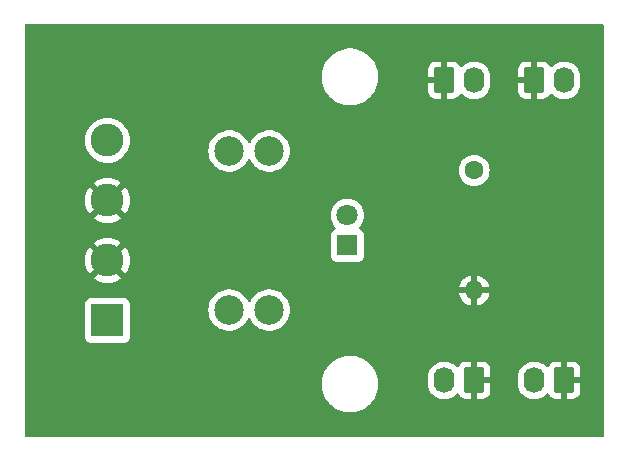
<source format=gbr>
%TF.GenerationSoftware,KiCad,Pcbnew,8.0.8*%
%TF.CreationDate,2025-04-29T10:47:01+02:00*%
%TF.ProjectId,stern-aux-power-distribution,73746572-6e2d-4617-9578-2d706f776572,rev?*%
%TF.SameCoordinates,Original*%
%TF.FileFunction,Copper,L1,Top*%
%TF.FilePolarity,Positive*%
%FSLAX46Y46*%
G04 Gerber Fmt 4.6, Leading zero omitted, Abs format (unit mm)*
G04 Created by KiCad (PCBNEW 8.0.8) date 2025-04-29 10:47:01*
%MOMM*%
%LPD*%
G01*
G04 APERTURE LIST*
G04 Aperture macros list*
%AMRoundRect*
0 Rectangle with rounded corners*
0 $1 Rounding radius*
0 $2 $3 $4 $5 $6 $7 $8 $9 X,Y pos of 4 corners*
0 Add a 4 corners polygon primitive as box body*
4,1,4,$2,$3,$4,$5,$6,$7,$8,$9,$2,$3,0*
0 Add four circle primitives for the rounded corners*
1,1,$1+$1,$2,$3*
1,1,$1+$1,$4,$5*
1,1,$1+$1,$6,$7*
1,1,$1+$1,$8,$9*
0 Add four rect primitives between the rounded corners*
20,1,$1+$1,$2,$3,$4,$5,0*
20,1,$1+$1,$4,$5,$6,$7,0*
20,1,$1+$1,$6,$7,$8,$9,0*
20,1,$1+$1,$8,$9,$2,$3,0*%
G04 Aperture macros list end*
%TA.AperFunction,ComponentPad*%
%ADD10RoundRect,0.250000X-0.620000X-0.845000X0.620000X-0.845000X0.620000X0.845000X-0.620000X0.845000X0*%
%TD*%
%TA.AperFunction,ComponentPad*%
%ADD11O,1.740000X2.190000*%
%TD*%
%TA.AperFunction,ComponentPad*%
%ADD12C,1.600000*%
%TD*%
%TA.AperFunction,ComponentPad*%
%ADD13O,1.600000X1.600000*%
%TD*%
%TA.AperFunction,ComponentPad*%
%ADD14C,2.500000*%
%TD*%
%TA.AperFunction,ComponentPad*%
%ADD15RoundRect,0.250000X0.620000X0.845000X-0.620000X0.845000X-0.620000X-0.845000X0.620000X-0.845000X0*%
%TD*%
%TA.AperFunction,ComponentPad*%
%ADD16C,1.800000*%
%TD*%
%TA.AperFunction,ComponentPad*%
%ADD17R,1.800000X1.800000*%
%TD*%
%TA.AperFunction,ComponentPad*%
%ADD18C,2.780000*%
%TD*%
%TA.AperFunction,ComponentPad*%
%ADD19R,2.780000X2.780000*%
%TD*%
G04 APERTURE END LIST*
D10*
%TO.P,J2,1,Pin_1*%
%TO.N,GND*%
X50530000Y-19480000D03*
D11*
%TO.P,J2,2,Pin_2*%
%TO.N,+12V*%
X53070000Y-19480000D03*
%TD*%
D12*
%TO.P,R1,1*%
%TO.N,Net-(D1-K)*%
X53070000Y-27100000D03*
D13*
%TO.P,R1,2*%
%TO.N,GND*%
X53070000Y-37260000D03*
%TD*%
D14*
%TO.P,F1,2*%
%TO.N,+12V*%
X35720000Y-25445000D03*
X32320000Y-25445000D03*
%TO.P,F1,1*%
%TO.N,Net-(J1-Pin_1)*%
X35720000Y-38915000D03*
X32320000Y-38915000D03*
%TD*%
D10*
%TO.P,J3,1,Pin_1*%
%TO.N,GND*%
X58150000Y-19480000D03*
D11*
%TO.P,J3,2,Pin_2*%
%TO.N,+12V*%
X60690000Y-19480000D03*
%TD*%
D15*
%TO.P,J4,1,Pin_1*%
%TO.N,GND*%
X53070000Y-44880000D03*
D11*
%TO.P,J4,2,Pin_2*%
%TO.N,+12V*%
X50530000Y-44880000D03*
%TD*%
D16*
%TO.P,D1,2,A*%
%TO.N,+12V*%
X42335000Y-30910000D03*
D17*
%TO.P,D1,1,K*%
%TO.N,Net-(D1-K)*%
X42335000Y-33450000D03*
%TD*%
D18*
%TO.P,J1,4,Pin_4*%
%TO.N,unconnected-(J1-Pin_4-Pad4)*%
X22015000Y-24560000D03*
%TO.P,J1,3,Pin_3*%
%TO.N,GND*%
X22015000Y-29640000D03*
%TO.P,J1,2,Pin_2*%
X22015000Y-34720000D03*
D19*
%TO.P,J1,1,Pin_1*%
%TO.N,Net-(J1-Pin_1)*%
X22015000Y-39800000D03*
%TD*%
D15*
%TO.P,J5,1,Pin_1*%
%TO.N,GND*%
X60690000Y-44880000D03*
D11*
%TO.P,J5,2,Pin_2*%
%TO.N,+12V*%
X58150000Y-44880000D03*
%TD*%
%TA.AperFunction,Conductor*%
%TO.N,GND*%
G36*
X64002539Y-14700185D02*
G01*
X64048294Y-14752989D01*
X64059500Y-14804500D01*
X64059500Y-49555500D01*
X64039815Y-49622539D01*
X63987011Y-49668294D01*
X63935500Y-49679500D01*
X15184500Y-49679500D01*
X15117461Y-49659815D01*
X15071706Y-49607011D01*
X15060500Y-49555500D01*
X15060500Y-45045186D01*
X40159500Y-45045186D01*
X40159500Y-45314813D01*
X40189686Y-45582719D01*
X40189688Y-45582731D01*
X40249684Y-45845594D01*
X40249687Y-45845602D01*
X40338734Y-46100082D01*
X40455714Y-46342994D01*
X40455716Y-46342997D01*
X40599162Y-46571289D01*
X40767266Y-46782085D01*
X40957915Y-46972734D01*
X41168711Y-47140838D01*
X41397003Y-47284284D01*
X41639921Y-47401267D01*
X41831049Y-47468145D01*
X41894397Y-47490312D01*
X41894405Y-47490315D01*
X41894408Y-47490315D01*
X41894409Y-47490316D01*
X42157268Y-47550312D01*
X42425187Y-47580499D01*
X42425188Y-47580500D01*
X42425191Y-47580500D01*
X42694812Y-47580500D01*
X42694812Y-47580499D01*
X42962732Y-47550312D01*
X43225591Y-47490316D01*
X43480079Y-47401267D01*
X43722997Y-47284284D01*
X43951289Y-47140838D01*
X44162085Y-46972734D01*
X44352734Y-46782085D01*
X44520838Y-46571289D01*
X44664284Y-46342997D01*
X44781267Y-46100079D01*
X44870316Y-45845591D01*
X44930312Y-45582732D01*
X44960500Y-45314809D01*
X44960500Y-45045191D01*
X44930312Y-44777268D01*
X44877785Y-44547133D01*
X49159500Y-44547133D01*
X49159500Y-45212866D01*
X49193245Y-45425922D01*
X49193246Y-45425926D01*
X49259908Y-45631089D01*
X49357843Y-45823299D01*
X49484641Y-45997821D01*
X49637179Y-46150359D01*
X49811701Y-46277157D01*
X50003911Y-46375092D01*
X50209074Y-46441754D01*
X50288973Y-46454408D01*
X50422134Y-46475500D01*
X50422139Y-46475500D01*
X50637866Y-46475500D01*
X50756230Y-46456752D01*
X50850926Y-46441754D01*
X51056089Y-46375092D01*
X51248299Y-46277157D01*
X51422821Y-46150359D01*
X51565186Y-46007993D01*
X51626505Y-45974511D01*
X51696197Y-45979495D01*
X51752131Y-46021366D01*
X51765248Y-46043277D01*
X51765640Y-46044118D01*
X51857684Y-46193345D01*
X51981654Y-46317315D01*
X52130875Y-46409356D01*
X52130880Y-46409358D01*
X52297302Y-46464505D01*
X52297309Y-46464506D01*
X52400019Y-46474999D01*
X52819999Y-46474999D01*
X52820000Y-46474998D01*
X52820000Y-45422709D01*
X52840339Y-45434452D01*
X52991667Y-45475000D01*
X53148333Y-45475000D01*
X53299661Y-45434452D01*
X53320000Y-45422709D01*
X53320000Y-46474999D01*
X53739972Y-46474999D01*
X53739986Y-46474998D01*
X53842697Y-46464505D01*
X54009119Y-46409358D01*
X54009124Y-46409356D01*
X54158345Y-46317315D01*
X54282315Y-46193345D01*
X54374356Y-46044124D01*
X54374358Y-46044119D01*
X54429505Y-45877697D01*
X54429506Y-45877690D01*
X54439999Y-45774986D01*
X54440000Y-45774973D01*
X54440000Y-45130000D01*
X53612709Y-45130000D01*
X53624452Y-45109661D01*
X53665000Y-44958333D01*
X53665000Y-44801667D01*
X53624452Y-44650339D01*
X53612709Y-44630000D01*
X54439999Y-44630000D01*
X54439999Y-44547133D01*
X56779500Y-44547133D01*
X56779500Y-45212866D01*
X56813245Y-45425922D01*
X56813246Y-45425926D01*
X56879908Y-45631089D01*
X56977843Y-45823299D01*
X57104641Y-45997821D01*
X57257179Y-46150359D01*
X57431701Y-46277157D01*
X57623911Y-46375092D01*
X57829074Y-46441754D01*
X57908973Y-46454408D01*
X58042134Y-46475500D01*
X58042139Y-46475500D01*
X58257866Y-46475500D01*
X58376230Y-46456752D01*
X58470926Y-46441754D01*
X58676089Y-46375092D01*
X58868299Y-46277157D01*
X59042821Y-46150359D01*
X59185186Y-46007993D01*
X59246505Y-45974511D01*
X59316197Y-45979495D01*
X59372131Y-46021366D01*
X59385248Y-46043277D01*
X59385640Y-46044118D01*
X59477684Y-46193345D01*
X59601654Y-46317315D01*
X59750875Y-46409356D01*
X59750880Y-46409358D01*
X59917302Y-46464505D01*
X59917309Y-46464506D01*
X60020019Y-46474999D01*
X60439999Y-46474999D01*
X60440000Y-46474998D01*
X60440000Y-45422709D01*
X60460339Y-45434452D01*
X60611667Y-45475000D01*
X60768333Y-45475000D01*
X60919661Y-45434452D01*
X60940000Y-45422709D01*
X60940000Y-46474999D01*
X61359972Y-46474999D01*
X61359986Y-46474998D01*
X61462697Y-46464505D01*
X61629119Y-46409358D01*
X61629124Y-46409356D01*
X61778345Y-46317315D01*
X61902315Y-46193345D01*
X61994356Y-46044124D01*
X61994358Y-46044119D01*
X62049505Y-45877697D01*
X62049506Y-45877690D01*
X62059999Y-45774986D01*
X62060000Y-45774973D01*
X62060000Y-45130000D01*
X61232709Y-45130000D01*
X61244452Y-45109661D01*
X61285000Y-44958333D01*
X61285000Y-44801667D01*
X61244452Y-44650339D01*
X61232709Y-44630000D01*
X62059999Y-44630000D01*
X62059999Y-43985028D01*
X62059998Y-43985013D01*
X62049505Y-43882302D01*
X61994358Y-43715880D01*
X61994356Y-43715875D01*
X61902315Y-43566654D01*
X61778345Y-43442684D01*
X61629124Y-43350643D01*
X61629119Y-43350641D01*
X61462697Y-43295494D01*
X61462690Y-43295493D01*
X61359986Y-43285000D01*
X60940000Y-43285000D01*
X60940000Y-44337290D01*
X60919661Y-44325548D01*
X60768333Y-44285000D01*
X60611667Y-44285000D01*
X60460339Y-44325548D01*
X60440000Y-44337290D01*
X60440000Y-43285000D01*
X60020028Y-43285000D01*
X60020012Y-43285001D01*
X59917302Y-43295494D01*
X59750880Y-43350641D01*
X59750875Y-43350643D01*
X59601654Y-43442684D01*
X59477684Y-43566654D01*
X59385637Y-43715885D01*
X59385245Y-43716728D01*
X59384821Y-43717208D01*
X59381851Y-43722025D01*
X59381027Y-43721517D01*
X59339072Y-43769167D01*
X59271879Y-43788318D01*
X59204998Y-43768101D01*
X59185183Y-43752003D01*
X59042823Y-43609643D01*
X59042821Y-43609641D01*
X58868299Y-43482843D01*
X58676089Y-43384908D01*
X58470926Y-43318246D01*
X58470924Y-43318245D01*
X58470922Y-43318245D01*
X58257866Y-43284500D01*
X58257861Y-43284500D01*
X58042139Y-43284500D01*
X58042134Y-43284500D01*
X57829077Y-43318245D01*
X57623908Y-43384909D01*
X57431700Y-43482843D01*
X57332129Y-43555186D01*
X57257179Y-43609641D01*
X57257177Y-43609643D01*
X57257176Y-43609643D01*
X57104643Y-43762176D01*
X57104643Y-43762177D01*
X57104641Y-43762179D01*
X57085364Y-43788712D01*
X56977843Y-43936700D01*
X56879909Y-44128908D01*
X56813245Y-44334077D01*
X56779500Y-44547133D01*
X54439999Y-44547133D01*
X54439999Y-43985028D01*
X54439998Y-43985013D01*
X54429505Y-43882302D01*
X54374358Y-43715880D01*
X54374356Y-43715875D01*
X54282315Y-43566654D01*
X54158345Y-43442684D01*
X54009124Y-43350643D01*
X54009119Y-43350641D01*
X53842697Y-43295494D01*
X53842690Y-43295493D01*
X53739986Y-43285000D01*
X53320000Y-43285000D01*
X53320000Y-44337290D01*
X53299661Y-44325548D01*
X53148333Y-44285000D01*
X52991667Y-44285000D01*
X52840339Y-44325548D01*
X52820000Y-44337290D01*
X52820000Y-43285000D01*
X52400028Y-43285000D01*
X52400012Y-43285001D01*
X52297302Y-43295494D01*
X52130880Y-43350641D01*
X52130875Y-43350643D01*
X51981654Y-43442684D01*
X51857684Y-43566654D01*
X51765637Y-43715885D01*
X51765245Y-43716728D01*
X51764821Y-43717208D01*
X51761851Y-43722025D01*
X51761027Y-43721517D01*
X51719072Y-43769167D01*
X51651879Y-43788318D01*
X51584998Y-43768101D01*
X51565183Y-43752003D01*
X51422823Y-43609643D01*
X51422821Y-43609641D01*
X51248299Y-43482843D01*
X51056089Y-43384908D01*
X50850926Y-43318246D01*
X50850924Y-43318245D01*
X50850922Y-43318245D01*
X50637866Y-43284500D01*
X50637861Y-43284500D01*
X50422139Y-43284500D01*
X50422134Y-43284500D01*
X50209077Y-43318245D01*
X50003908Y-43384909D01*
X49811700Y-43482843D01*
X49712129Y-43555186D01*
X49637179Y-43609641D01*
X49637177Y-43609643D01*
X49637176Y-43609643D01*
X49484643Y-43762176D01*
X49484643Y-43762177D01*
X49484641Y-43762179D01*
X49465364Y-43788712D01*
X49357843Y-43936700D01*
X49259909Y-44128908D01*
X49193245Y-44334077D01*
X49159500Y-44547133D01*
X44877785Y-44547133D01*
X44870316Y-44514409D01*
X44781267Y-44259921D01*
X44664284Y-44017003D01*
X44520838Y-43788711D01*
X44352734Y-43577915D01*
X44162085Y-43387266D01*
X44159129Y-43384909D01*
X44108549Y-43344573D01*
X43951289Y-43219162D01*
X43722997Y-43075716D01*
X43722994Y-43075714D01*
X43480082Y-42958734D01*
X43225602Y-42869687D01*
X43225594Y-42869684D01*
X43028446Y-42824687D01*
X42962732Y-42809688D01*
X42962728Y-42809687D01*
X42962719Y-42809686D01*
X42694813Y-42779500D01*
X42694809Y-42779500D01*
X42425191Y-42779500D01*
X42425186Y-42779500D01*
X42157280Y-42809686D01*
X42157268Y-42809688D01*
X41894405Y-42869684D01*
X41894397Y-42869687D01*
X41639917Y-42958734D01*
X41397005Y-43075714D01*
X41168712Y-43219161D01*
X40957915Y-43387265D01*
X40767265Y-43577915D01*
X40599161Y-43788712D01*
X40455714Y-44017005D01*
X40338734Y-44259917D01*
X40249687Y-44514397D01*
X40249684Y-44514405D01*
X40189688Y-44777268D01*
X40189686Y-44777280D01*
X40159500Y-45045186D01*
X15060500Y-45045186D01*
X15060500Y-38362135D01*
X20124500Y-38362135D01*
X20124500Y-41237870D01*
X20124501Y-41237876D01*
X20130908Y-41297483D01*
X20181202Y-41432328D01*
X20181206Y-41432335D01*
X20267452Y-41547544D01*
X20267455Y-41547547D01*
X20382664Y-41633793D01*
X20382671Y-41633797D01*
X20517517Y-41684091D01*
X20517516Y-41684091D01*
X20524444Y-41684835D01*
X20577127Y-41690500D01*
X23452872Y-41690499D01*
X23512483Y-41684091D01*
X23647331Y-41633796D01*
X23762546Y-41547546D01*
X23848796Y-41432331D01*
X23899091Y-41297483D01*
X23905500Y-41237873D01*
X23905499Y-38914995D01*
X30564592Y-38914995D01*
X30564592Y-38915004D01*
X30584196Y-39176620D01*
X30584197Y-39176625D01*
X30642576Y-39432402D01*
X30642578Y-39432411D01*
X30642580Y-39432416D01*
X30738432Y-39676643D01*
X30869614Y-39903857D01*
X31001736Y-40069533D01*
X31033198Y-40108985D01*
X31214753Y-40277441D01*
X31225521Y-40287433D01*
X31442296Y-40435228D01*
X31442301Y-40435230D01*
X31442302Y-40435231D01*
X31442303Y-40435232D01*
X31567843Y-40495688D01*
X31678673Y-40549061D01*
X31678674Y-40549061D01*
X31678677Y-40549063D01*
X31929385Y-40626396D01*
X32188818Y-40665500D01*
X32451182Y-40665500D01*
X32710615Y-40626396D01*
X32961323Y-40549063D01*
X33197704Y-40435228D01*
X33414479Y-40287433D01*
X33606805Y-40108981D01*
X33770386Y-39903857D01*
X33901568Y-39676643D01*
X33904572Y-39668986D01*
X33947387Y-39613775D01*
X34013257Y-39590474D01*
X34081268Y-39606484D01*
X34129826Y-39656722D01*
X34135422Y-39668973D01*
X34138432Y-39676643D01*
X34269614Y-39903857D01*
X34401736Y-40069533D01*
X34433198Y-40108985D01*
X34614753Y-40277441D01*
X34625521Y-40287433D01*
X34842296Y-40435228D01*
X34842301Y-40435230D01*
X34842302Y-40435231D01*
X34842303Y-40435232D01*
X34967843Y-40495688D01*
X35078673Y-40549061D01*
X35078674Y-40549061D01*
X35078677Y-40549063D01*
X35329385Y-40626396D01*
X35588818Y-40665500D01*
X35851182Y-40665500D01*
X36110615Y-40626396D01*
X36361323Y-40549063D01*
X36597704Y-40435228D01*
X36814479Y-40287433D01*
X37006805Y-40108981D01*
X37170386Y-39903857D01*
X37301568Y-39676643D01*
X37397420Y-39432416D01*
X37455802Y-39176630D01*
X37475408Y-38915000D01*
X37455802Y-38653370D01*
X37397420Y-38397584D01*
X37301568Y-38153357D01*
X37170386Y-37926143D01*
X37006805Y-37721019D01*
X37006804Y-37721018D01*
X37006801Y-37721014D01*
X36814479Y-37542567D01*
X36760267Y-37505606D01*
X36597704Y-37394772D01*
X36597700Y-37394770D01*
X36597697Y-37394768D01*
X36597696Y-37394767D01*
X36361325Y-37280938D01*
X36361327Y-37280938D01*
X36110623Y-37203606D01*
X36110619Y-37203605D01*
X36110615Y-37203604D01*
X35985823Y-37184794D01*
X35851187Y-37164500D01*
X35851182Y-37164500D01*
X35588818Y-37164500D01*
X35588812Y-37164500D01*
X35427247Y-37188853D01*
X35329385Y-37203604D01*
X35329382Y-37203605D01*
X35329376Y-37203606D01*
X35078673Y-37280938D01*
X34842303Y-37394767D01*
X34842302Y-37394768D01*
X34625520Y-37542567D01*
X34433198Y-37721014D01*
X34269614Y-37926143D01*
X34138432Y-38153356D01*
X34135427Y-38161013D01*
X34092610Y-38216226D01*
X34026739Y-38239525D01*
X33958729Y-38223513D01*
X33910172Y-38173274D01*
X33904573Y-38161013D01*
X33903715Y-38158828D01*
X33901568Y-38153357D01*
X33770386Y-37926143D01*
X33606805Y-37721019D01*
X33606804Y-37721018D01*
X33606801Y-37721014D01*
X33414479Y-37542567D01*
X33360267Y-37505606D01*
X33197704Y-37394772D01*
X33197700Y-37394770D01*
X33197697Y-37394768D01*
X33197696Y-37394767D01*
X32961325Y-37280938D01*
X32961327Y-37280938D01*
X32710623Y-37203606D01*
X32710619Y-37203605D01*
X32710615Y-37203604D01*
X32585823Y-37184794D01*
X32451187Y-37164500D01*
X32451182Y-37164500D01*
X32188818Y-37164500D01*
X32188812Y-37164500D01*
X32027247Y-37188853D01*
X31929385Y-37203604D01*
X31929382Y-37203605D01*
X31929376Y-37203606D01*
X31678673Y-37280938D01*
X31442303Y-37394767D01*
X31442302Y-37394768D01*
X31225520Y-37542567D01*
X31033198Y-37721014D01*
X30869614Y-37926143D01*
X30738432Y-38153356D01*
X30642582Y-38397578D01*
X30642576Y-38397597D01*
X30584197Y-38653374D01*
X30584196Y-38653379D01*
X30564592Y-38914995D01*
X23905499Y-38914995D01*
X23905499Y-38362128D01*
X23899091Y-38302517D01*
X23883105Y-38259657D01*
X23848797Y-38167671D01*
X23848793Y-38167664D01*
X23762547Y-38052455D01*
X23762544Y-38052452D01*
X23647335Y-37966206D01*
X23647328Y-37966202D01*
X23512482Y-37915908D01*
X23512483Y-37915908D01*
X23452883Y-37909501D01*
X23452881Y-37909500D01*
X23452873Y-37909500D01*
X23452864Y-37909500D01*
X20577129Y-37909500D01*
X20577123Y-37909501D01*
X20517516Y-37915908D01*
X20382671Y-37966202D01*
X20382664Y-37966206D01*
X20267455Y-38052452D01*
X20267452Y-38052455D01*
X20181206Y-38167664D01*
X20181202Y-38167671D01*
X20130908Y-38302517D01*
X20124501Y-38362116D01*
X20124501Y-38362123D01*
X20124500Y-38362135D01*
X15060500Y-38362135D01*
X15060500Y-37009999D01*
X51791127Y-37009999D01*
X51791128Y-37010000D01*
X52754314Y-37010000D01*
X52749920Y-37014394D01*
X52697259Y-37105606D01*
X52670000Y-37207339D01*
X52670000Y-37312661D01*
X52697259Y-37414394D01*
X52749920Y-37505606D01*
X52754314Y-37510000D01*
X51791128Y-37510000D01*
X51843730Y-37706317D01*
X51843734Y-37706326D01*
X51939865Y-37912482D01*
X52070342Y-38098820D01*
X52231179Y-38259657D01*
X52417517Y-38390134D01*
X52623673Y-38486265D01*
X52623682Y-38486269D01*
X52819999Y-38538872D01*
X52820000Y-38538871D01*
X52820000Y-37575686D01*
X52824394Y-37580080D01*
X52915606Y-37632741D01*
X53017339Y-37660000D01*
X53122661Y-37660000D01*
X53224394Y-37632741D01*
X53315606Y-37580080D01*
X53320000Y-37575686D01*
X53320000Y-38538872D01*
X53516317Y-38486269D01*
X53516326Y-38486265D01*
X53722482Y-38390134D01*
X53908820Y-38259657D01*
X54069657Y-38098820D01*
X54200134Y-37912482D01*
X54296265Y-37706326D01*
X54296269Y-37706317D01*
X54348872Y-37510000D01*
X53385686Y-37510000D01*
X53390080Y-37505606D01*
X53442741Y-37414394D01*
X53470000Y-37312661D01*
X53470000Y-37207339D01*
X53442741Y-37105606D01*
X53390080Y-37014394D01*
X53385686Y-37010000D01*
X54348872Y-37010000D01*
X54348872Y-37009999D01*
X54296269Y-36813682D01*
X54296265Y-36813673D01*
X54200134Y-36607517D01*
X54069657Y-36421179D01*
X53908820Y-36260342D01*
X53722482Y-36129865D01*
X53516328Y-36033734D01*
X53320000Y-35981127D01*
X53320000Y-36944314D01*
X53315606Y-36939920D01*
X53224394Y-36887259D01*
X53122661Y-36860000D01*
X53017339Y-36860000D01*
X52915606Y-36887259D01*
X52824394Y-36939920D01*
X52820000Y-36944314D01*
X52820000Y-35981127D01*
X52623671Y-36033734D01*
X52417517Y-36129865D01*
X52231179Y-36260342D01*
X52070342Y-36421179D01*
X51939865Y-36607517D01*
X51843734Y-36813673D01*
X51843730Y-36813682D01*
X51791127Y-37009999D01*
X15060500Y-37009999D01*
X15060500Y-34719998D01*
X20120172Y-34719998D01*
X20120172Y-34720001D01*
X20139459Y-34989663D01*
X20139460Y-34989670D01*
X20196924Y-35253830D01*
X20291404Y-35507141D01*
X20291406Y-35507145D01*
X20420965Y-35744415D01*
X20420970Y-35744423D01*
X20513464Y-35867980D01*
X20513465Y-35867981D01*
X21231732Y-35149713D01*
X21323692Y-35287342D01*
X21447658Y-35411308D01*
X21585285Y-35503266D01*
X20867017Y-36221533D01*
X20990583Y-36314033D01*
X20990584Y-36314034D01*
X21227854Y-36443593D01*
X21227858Y-36443595D01*
X21481169Y-36538075D01*
X21745329Y-36595539D01*
X21745336Y-36595540D01*
X22014999Y-36614828D01*
X22015001Y-36614828D01*
X22284663Y-36595540D01*
X22284670Y-36595539D01*
X22548830Y-36538075D01*
X22802141Y-36443595D01*
X22802145Y-36443593D01*
X23039424Y-36314029D01*
X23162980Y-36221534D01*
X23162981Y-36221533D01*
X22444714Y-35503267D01*
X22582342Y-35411308D01*
X22706308Y-35287342D01*
X22798267Y-35149714D01*
X23516533Y-35867981D01*
X23516534Y-35867980D01*
X23609029Y-35744424D01*
X23738593Y-35507145D01*
X23738595Y-35507141D01*
X23833075Y-35253830D01*
X23890539Y-34989670D01*
X23890540Y-34989663D01*
X23909828Y-34720001D01*
X23909828Y-34719998D01*
X23890540Y-34450336D01*
X23890539Y-34450329D01*
X23833075Y-34186169D01*
X23738595Y-33932858D01*
X23738593Y-33932854D01*
X23609034Y-33695584D01*
X23609033Y-33695583D01*
X23516533Y-33572017D01*
X22798266Y-34290284D01*
X22706308Y-34152658D01*
X22582342Y-34028692D01*
X22444713Y-33936732D01*
X23162981Y-33218465D01*
X23162980Y-33218464D01*
X23039423Y-33125970D01*
X23039415Y-33125965D01*
X22802145Y-32996406D01*
X22802141Y-32996404D01*
X22548830Y-32901924D01*
X22284670Y-32844460D01*
X22284663Y-32844459D01*
X22015001Y-32825172D01*
X22014999Y-32825172D01*
X21745336Y-32844459D01*
X21745329Y-32844460D01*
X21481169Y-32901924D01*
X21227858Y-32996404D01*
X21227854Y-32996406D01*
X20990584Y-33125965D01*
X20990576Y-33125970D01*
X20867018Y-33218464D01*
X20867017Y-33218465D01*
X21585285Y-33936732D01*
X21447658Y-34028692D01*
X21323692Y-34152658D01*
X21231732Y-34290285D01*
X20513465Y-33572017D01*
X20513464Y-33572018D01*
X20420970Y-33695576D01*
X20420965Y-33695584D01*
X20291406Y-33932854D01*
X20291404Y-33932858D01*
X20196924Y-34186169D01*
X20139460Y-34450329D01*
X20139459Y-34450336D01*
X20120172Y-34719998D01*
X15060500Y-34719998D01*
X15060500Y-29639998D01*
X20120172Y-29639998D01*
X20120172Y-29640001D01*
X20139459Y-29909663D01*
X20139460Y-29909670D01*
X20196924Y-30173830D01*
X20291404Y-30427141D01*
X20291406Y-30427145D01*
X20420965Y-30664415D01*
X20420970Y-30664423D01*
X20513464Y-30787980D01*
X20513465Y-30787981D01*
X21231732Y-30069713D01*
X21323692Y-30207342D01*
X21447658Y-30331308D01*
X21585285Y-30423266D01*
X20867017Y-31141533D01*
X20990583Y-31234033D01*
X20990584Y-31234034D01*
X21227854Y-31363593D01*
X21227858Y-31363595D01*
X21481169Y-31458075D01*
X21745329Y-31515539D01*
X21745336Y-31515540D01*
X22014999Y-31534828D01*
X22015001Y-31534828D01*
X22284663Y-31515540D01*
X22284670Y-31515539D01*
X22548830Y-31458075D01*
X22802141Y-31363595D01*
X22802145Y-31363593D01*
X23039424Y-31234029D01*
X23162980Y-31141534D01*
X23162981Y-31141533D01*
X22931441Y-30909993D01*
X40929700Y-30909993D01*
X40929700Y-30910006D01*
X40948864Y-31141297D01*
X40948866Y-31141308D01*
X41005842Y-31366300D01*
X41099075Y-31578848D01*
X41226016Y-31773147D01*
X41226019Y-31773151D01*
X41226021Y-31773153D01*
X41320803Y-31876114D01*
X41351724Y-31938767D01*
X41343864Y-32008193D01*
X41299716Y-32062348D01*
X41272906Y-32076277D01*
X41192669Y-32106203D01*
X41192664Y-32106206D01*
X41077455Y-32192452D01*
X41077452Y-32192455D01*
X40991206Y-32307664D01*
X40991202Y-32307671D01*
X40940908Y-32442517D01*
X40934501Y-32502116D01*
X40934501Y-32502123D01*
X40934500Y-32502135D01*
X40934500Y-34397870D01*
X40934501Y-34397876D01*
X40940908Y-34457483D01*
X40991202Y-34592328D01*
X40991206Y-34592335D01*
X41077452Y-34707544D01*
X41077455Y-34707547D01*
X41192664Y-34793793D01*
X41192671Y-34793797D01*
X41327517Y-34844091D01*
X41327516Y-34844091D01*
X41334444Y-34844835D01*
X41387127Y-34850500D01*
X43282872Y-34850499D01*
X43342483Y-34844091D01*
X43477331Y-34793796D01*
X43592546Y-34707546D01*
X43678796Y-34592331D01*
X43729091Y-34457483D01*
X43735500Y-34397873D01*
X43735499Y-32502128D01*
X43729091Y-32442517D01*
X43678796Y-32307669D01*
X43678795Y-32307668D01*
X43678793Y-32307664D01*
X43592547Y-32192455D01*
X43592544Y-32192452D01*
X43477335Y-32106206D01*
X43477328Y-32106202D01*
X43397094Y-32076277D01*
X43341160Y-32034406D01*
X43316743Y-31968941D01*
X43331595Y-31900668D01*
X43349190Y-31876121D01*
X43443979Y-31773153D01*
X43570924Y-31578849D01*
X43664157Y-31366300D01*
X43721134Y-31141305D01*
X43740300Y-30910000D01*
X43740300Y-30909993D01*
X43721135Y-30678702D01*
X43721133Y-30678691D01*
X43664157Y-30453699D01*
X43570924Y-30241151D01*
X43443983Y-30046852D01*
X43443980Y-30046849D01*
X43443979Y-30046847D01*
X43286784Y-29876087D01*
X43286779Y-29876083D01*
X43286777Y-29876081D01*
X43103634Y-29733535D01*
X43103628Y-29733531D01*
X42899504Y-29623064D01*
X42899495Y-29623061D01*
X42679984Y-29547702D01*
X42508282Y-29519050D01*
X42451049Y-29509500D01*
X42218951Y-29509500D01*
X42173164Y-29517140D01*
X41990015Y-29547702D01*
X41770504Y-29623061D01*
X41770495Y-29623064D01*
X41566371Y-29733531D01*
X41566365Y-29733535D01*
X41383222Y-29876081D01*
X41383219Y-29876084D01*
X41226016Y-30046852D01*
X41099075Y-30241151D01*
X41005842Y-30453699D01*
X40948866Y-30678691D01*
X40948864Y-30678702D01*
X40929700Y-30909993D01*
X22931441Y-30909993D01*
X22444714Y-30423267D01*
X22582342Y-30331308D01*
X22706308Y-30207342D01*
X22798267Y-30069714D01*
X23516533Y-30787981D01*
X23516534Y-30787980D01*
X23609029Y-30664424D01*
X23738593Y-30427145D01*
X23738595Y-30427141D01*
X23833075Y-30173830D01*
X23890539Y-29909670D01*
X23890540Y-29909663D01*
X23909828Y-29640001D01*
X23909828Y-29639998D01*
X23890540Y-29370336D01*
X23890539Y-29370329D01*
X23833075Y-29106169D01*
X23738595Y-28852858D01*
X23738593Y-28852854D01*
X23609034Y-28615584D01*
X23609033Y-28615583D01*
X23516533Y-28492017D01*
X22798266Y-29210284D01*
X22706308Y-29072658D01*
X22582342Y-28948692D01*
X22444713Y-28856732D01*
X23162981Y-28138465D01*
X23162980Y-28138464D01*
X23039423Y-28045970D01*
X23039415Y-28045965D01*
X22802145Y-27916406D01*
X22802141Y-27916404D01*
X22548830Y-27821924D01*
X22284670Y-27764460D01*
X22284663Y-27764459D01*
X22015001Y-27745172D01*
X22014999Y-27745172D01*
X21745336Y-27764459D01*
X21745329Y-27764460D01*
X21481169Y-27821924D01*
X21227858Y-27916404D01*
X21227854Y-27916406D01*
X20990584Y-28045965D01*
X20990576Y-28045970D01*
X20867018Y-28138464D01*
X20867017Y-28138465D01*
X21585285Y-28856732D01*
X21447658Y-28948692D01*
X21323692Y-29072658D01*
X21231732Y-29210285D01*
X20513465Y-28492017D01*
X20513464Y-28492018D01*
X20420970Y-28615576D01*
X20420965Y-28615584D01*
X20291406Y-28852854D01*
X20291404Y-28852858D01*
X20196924Y-29106169D01*
X20139460Y-29370329D01*
X20139459Y-29370336D01*
X20120172Y-29639998D01*
X15060500Y-29639998D01*
X15060500Y-24559998D01*
X20119671Y-24559998D01*
X20119671Y-24560001D01*
X20138963Y-24829733D01*
X20138964Y-24829740D01*
X20196443Y-25093971D01*
X20290948Y-25347349D01*
X20290950Y-25347353D01*
X20420544Y-25584686D01*
X20420549Y-25584694D01*
X20582599Y-25801169D01*
X20582615Y-25801187D01*
X20773812Y-25992384D01*
X20773830Y-25992400D01*
X20990305Y-26154450D01*
X20990313Y-26154455D01*
X21227646Y-26284049D01*
X21227650Y-26284051D01*
X21227652Y-26284052D01*
X21481024Y-26378555D01*
X21481027Y-26378555D01*
X21481028Y-26378556D01*
X21569105Y-26397715D01*
X21745267Y-26436037D01*
X21995707Y-26453949D01*
X22014999Y-26455329D01*
X22015000Y-26455329D01*
X22015001Y-26455329D01*
X22033005Y-26454041D01*
X22284733Y-26436037D01*
X22548976Y-26378555D01*
X22802348Y-26284052D01*
X23039692Y-26154452D01*
X23256177Y-25992394D01*
X23447394Y-25801177D01*
X23609452Y-25584692D01*
X23685733Y-25444995D01*
X30564592Y-25444995D01*
X30564592Y-25445004D01*
X30584196Y-25706620D01*
X30584197Y-25706625D01*
X30642576Y-25962402D01*
X30642578Y-25962411D01*
X30642580Y-25962416D01*
X30738432Y-26206643D01*
X30869614Y-26433857D01*
X31001736Y-26599533D01*
X31033198Y-26638985D01*
X31214753Y-26807441D01*
X31225521Y-26817433D01*
X31442296Y-26965228D01*
X31442301Y-26965230D01*
X31442302Y-26965231D01*
X31442303Y-26965232D01*
X31567843Y-27025688D01*
X31678673Y-27079061D01*
X31678674Y-27079061D01*
X31678677Y-27079063D01*
X31929385Y-27156396D01*
X32188818Y-27195500D01*
X32451182Y-27195500D01*
X32710615Y-27156396D01*
X32961323Y-27079063D01*
X33197704Y-26965228D01*
X33414479Y-26817433D01*
X33563733Y-26678945D01*
X33606801Y-26638985D01*
X33606801Y-26638983D01*
X33606805Y-26638981D01*
X33770386Y-26433857D01*
X33901568Y-26206643D01*
X33904572Y-26198986D01*
X33947387Y-26143775D01*
X34013257Y-26120474D01*
X34081268Y-26136484D01*
X34129826Y-26186722D01*
X34135422Y-26198973D01*
X34138432Y-26206643D01*
X34138434Y-26206646D01*
X34138435Y-26206649D01*
X34183124Y-26284052D01*
X34269614Y-26433857D01*
X34401736Y-26599533D01*
X34433198Y-26638985D01*
X34614753Y-26807441D01*
X34625521Y-26817433D01*
X34842296Y-26965228D01*
X34842301Y-26965230D01*
X34842302Y-26965231D01*
X34842303Y-26965232D01*
X34967843Y-27025688D01*
X35078673Y-27079061D01*
X35078674Y-27079061D01*
X35078677Y-27079063D01*
X35329385Y-27156396D01*
X35588818Y-27195500D01*
X35851182Y-27195500D01*
X36110615Y-27156396D01*
X36293453Y-27099998D01*
X51764532Y-27099998D01*
X51764532Y-27100001D01*
X51784364Y-27326686D01*
X51784366Y-27326697D01*
X51843258Y-27546488D01*
X51843261Y-27546497D01*
X51939431Y-27752732D01*
X51939432Y-27752734D01*
X52069954Y-27939141D01*
X52230858Y-28100045D01*
X52230861Y-28100047D01*
X52417266Y-28230568D01*
X52623504Y-28326739D01*
X52843308Y-28385635D01*
X53005230Y-28399801D01*
X53069998Y-28405468D01*
X53070000Y-28405468D01*
X53070002Y-28405468D01*
X53126673Y-28400509D01*
X53296692Y-28385635D01*
X53516496Y-28326739D01*
X53722734Y-28230568D01*
X53909139Y-28100047D01*
X54070047Y-27939139D01*
X54200568Y-27752734D01*
X54296739Y-27546496D01*
X54355635Y-27326692D01*
X54375468Y-27100000D01*
X54355635Y-26873308D01*
X54296739Y-26653504D01*
X54200568Y-26447266D01*
X54070047Y-26260861D01*
X54070045Y-26260858D01*
X53909141Y-26099954D01*
X53722734Y-25969432D01*
X53722732Y-25969431D01*
X53516497Y-25873261D01*
X53516488Y-25873258D01*
X53296697Y-25814366D01*
X53296693Y-25814365D01*
X53296692Y-25814365D01*
X53296691Y-25814364D01*
X53296686Y-25814364D01*
X53070002Y-25794532D01*
X53069998Y-25794532D01*
X52843313Y-25814364D01*
X52843302Y-25814366D01*
X52623511Y-25873258D01*
X52623502Y-25873261D01*
X52417267Y-25969431D01*
X52417265Y-25969432D01*
X52230858Y-26099954D01*
X52069954Y-26260858D01*
X51939432Y-26447265D01*
X51939431Y-26447267D01*
X51843261Y-26653502D01*
X51843258Y-26653511D01*
X51784366Y-26873302D01*
X51784364Y-26873313D01*
X51764532Y-27099998D01*
X36293453Y-27099998D01*
X36361323Y-27079063D01*
X36597704Y-26965228D01*
X36814479Y-26817433D01*
X36963733Y-26678945D01*
X37006801Y-26638985D01*
X37006801Y-26638983D01*
X37006805Y-26638981D01*
X37170386Y-26433857D01*
X37301568Y-26206643D01*
X37397420Y-25962416D01*
X37455802Y-25706630D01*
X37475408Y-25445000D01*
X37468090Y-25347349D01*
X37455803Y-25183379D01*
X37455802Y-25183374D01*
X37455802Y-25183370D01*
X37397420Y-24927584D01*
X37301568Y-24683357D01*
X37170386Y-24456143D01*
X37006805Y-24251019D01*
X37006804Y-24251018D01*
X37006801Y-24251014D01*
X36814479Y-24072567D01*
X36746213Y-24026024D01*
X36597704Y-23924772D01*
X36597700Y-23924770D01*
X36597697Y-23924768D01*
X36597696Y-23924767D01*
X36361325Y-23810938D01*
X36361327Y-23810938D01*
X36110623Y-23733606D01*
X36110619Y-23733605D01*
X36110615Y-23733604D01*
X35985823Y-23714794D01*
X35851187Y-23694500D01*
X35851182Y-23694500D01*
X35588818Y-23694500D01*
X35588812Y-23694500D01*
X35427247Y-23718853D01*
X35329385Y-23733604D01*
X35329382Y-23733605D01*
X35329376Y-23733606D01*
X35078673Y-23810938D01*
X34842303Y-23924767D01*
X34842302Y-23924768D01*
X34625520Y-24072567D01*
X34433198Y-24251014D01*
X34269614Y-24456143D01*
X34138432Y-24683356D01*
X34135427Y-24691013D01*
X34092610Y-24746226D01*
X34026739Y-24769525D01*
X33958729Y-24753513D01*
X33910172Y-24703274D01*
X33904573Y-24691013D01*
X33903715Y-24688828D01*
X33901568Y-24683357D01*
X33770386Y-24456143D01*
X33606805Y-24251019D01*
X33606804Y-24251018D01*
X33606801Y-24251014D01*
X33414479Y-24072567D01*
X33346213Y-24026024D01*
X33197704Y-23924772D01*
X33197700Y-23924770D01*
X33197697Y-23924768D01*
X33197696Y-23924767D01*
X32961325Y-23810938D01*
X32961327Y-23810938D01*
X32710623Y-23733606D01*
X32710619Y-23733605D01*
X32710615Y-23733604D01*
X32585823Y-23714794D01*
X32451187Y-23694500D01*
X32451182Y-23694500D01*
X32188818Y-23694500D01*
X32188812Y-23694500D01*
X32027247Y-23718853D01*
X31929385Y-23733604D01*
X31929382Y-23733605D01*
X31929376Y-23733606D01*
X31678673Y-23810938D01*
X31442303Y-23924767D01*
X31442302Y-23924768D01*
X31225520Y-24072567D01*
X31033198Y-24251014D01*
X30869614Y-24456143D01*
X30738432Y-24683356D01*
X30642582Y-24927578D01*
X30642576Y-24927597D01*
X30584197Y-25183374D01*
X30584196Y-25183379D01*
X30564592Y-25444995D01*
X23685733Y-25444995D01*
X23739052Y-25347348D01*
X23833555Y-25093976D01*
X23891037Y-24829733D01*
X23910329Y-24560000D01*
X23891037Y-24290267D01*
X23833555Y-24026024D01*
X23739052Y-23772652D01*
X23609452Y-23535308D01*
X23609450Y-23535305D01*
X23447400Y-23318830D01*
X23447384Y-23318812D01*
X23256187Y-23127615D01*
X23256169Y-23127599D01*
X23039694Y-22965549D01*
X23039686Y-22965544D01*
X22802353Y-22835950D01*
X22802349Y-22835948D01*
X22548971Y-22741443D01*
X22284740Y-22683964D01*
X22284733Y-22683963D01*
X22015001Y-22664671D01*
X22014999Y-22664671D01*
X21745266Y-22683963D01*
X21745259Y-22683964D01*
X21481028Y-22741443D01*
X21227650Y-22835948D01*
X21227646Y-22835950D01*
X20990313Y-22965544D01*
X20990305Y-22965549D01*
X20773830Y-23127599D01*
X20773812Y-23127615D01*
X20582615Y-23318812D01*
X20582599Y-23318830D01*
X20420549Y-23535305D01*
X20420544Y-23535313D01*
X20290950Y-23772646D01*
X20290948Y-23772650D01*
X20196443Y-24026028D01*
X20138964Y-24290259D01*
X20138963Y-24290266D01*
X20119671Y-24559998D01*
X15060500Y-24559998D01*
X15060500Y-19045186D01*
X40159500Y-19045186D01*
X40159500Y-19314813D01*
X40189686Y-19582719D01*
X40189688Y-19582731D01*
X40249684Y-19845594D01*
X40249687Y-19845602D01*
X40338734Y-20100082D01*
X40455714Y-20342994D01*
X40455716Y-20342997D01*
X40599162Y-20571289D01*
X40767266Y-20782085D01*
X40957915Y-20972734D01*
X41168711Y-21140838D01*
X41397003Y-21284284D01*
X41639921Y-21401267D01*
X41831049Y-21468145D01*
X41894397Y-21490312D01*
X41894405Y-21490315D01*
X41894408Y-21490315D01*
X41894409Y-21490316D01*
X42157268Y-21550312D01*
X42425187Y-21580499D01*
X42425188Y-21580500D01*
X42425191Y-21580500D01*
X42694812Y-21580500D01*
X42694812Y-21580499D01*
X42962732Y-21550312D01*
X43225591Y-21490316D01*
X43480079Y-21401267D01*
X43722997Y-21284284D01*
X43951289Y-21140838D01*
X44162085Y-20972734D01*
X44352734Y-20782085D01*
X44520838Y-20571289D01*
X44664284Y-20342997D01*
X44781267Y-20100079D01*
X44870316Y-19845591D01*
X44930312Y-19582732D01*
X44960500Y-19314809D01*
X44960500Y-19045191D01*
X44930312Y-18777268D01*
X44886431Y-18585013D01*
X49160000Y-18585013D01*
X49160000Y-19230000D01*
X49987291Y-19230000D01*
X49975548Y-19250339D01*
X49935000Y-19401667D01*
X49935000Y-19558333D01*
X49975548Y-19709661D01*
X49987291Y-19730000D01*
X49160001Y-19730000D01*
X49160001Y-20374986D01*
X49170494Y-20477697D01*
X49225641Y-20644119D01*
X49225643Y-20644124D01*
X49317684Y-20793345D01*
X49441654Y-20917315D01*
X49590875Y-21009356D01*
X49590880Y-21009358D01*
X49757302Y-21064505D01*
X49757309Y-21064506D01*
X49860019Y-21074999D01*
X50279999Y-21074999D01*
X50280000Y-21074998D01*
X50280000Y-20022709D01*
X50300339Y-20034452D01*
X50451667Y-20075000D01*
X50608333Y-20075000D01*
X50759661Y-20034452D01*
X50780000Y-20022709D01*
X50780000Y-21074999D01*
X51199972Y-21074999D01*
X51199986Y-21074998D01*
X51302697Y-21064505D01*
X51469119Y-21009358D01*
X51469124Y-21009356D01*
X51618345Y-20917315D01*
X51742315Y-20793345D01*
X51834354Y-20644127D01*
X51834745Y-20643289D01*
X51835167Y-20642809D01*
X51838149Y-20637975D01*
X51838974Y-20638484D01*
X51880910Y-20590843D01*
X51948100Y-20571681D01*
X52014984Y-20591887D01*
X52034816Y-20607996D01*
X52177179Y-20750359D01*
X52351701Y-20877157D01*
X52543911Y-20975092D01*
X52749074Y-21041754D01*
X52828973Y-21054408D01*
X52962134Y-21075500D01*
X52962139Y-21075500D01*
X53177866Y-21075500D01*
X53296230Y-21056752D01*
X53390926Y-21041754D01*
X53596089Y-20975092D01*
X53788299Y-20877157D01*
X53962821Y-20750359D01*
X54115359Y-20597821D01*
X54242157Y-20423299D01*
X54340092Y-20231089D01*
X54406754Y-20025926D01*
X54421752Y-19931230D01*
X54440500Y-19812866D01*
X54440500Y-19147133D01*
X54406754Y-18934077D01*
X54406754Y-18934074D01*
X54340092Y-18728911D01*
X54266773Y-18585013D01*
X56780000Y-18585013D01*
X56780000Y-19230000D01*
X57607291Y-19230000D01*
X57595548Y-19250339D01*
X57555000Y-19401667D01*
X57555000Y-19558333D01*
X57595548Y-19709661D01*
X57607291Y-19730000D01*
X56780001Y-19730000D01*
X56780001Y-20374986D01*
X56790494Y-20477697D01*
X56845641Y-20644119D01*
X56845643Y-20644124D01*
X56937684Y-20793345D01*
X57061654Y-20917315D01*
X57210875Y-21009356D01*
X57210880Y-21009358D01*
X57377302Y-21064505D01*
X57377309Y-21064506D01*
X57480019Y-21074999D01*
X57899999Y-21074999D01*
X57900000Y-21074998D01*
X57900000Y-20022709D01*
X57920339Y-20034452D01*
X58071667Y-20075000D01*
X58228333Y-20075000D01*
X58379661Y-20034452D01*
X58400000Y-20022709D01*
X58400000Y-21074999D01*
X58819972Y-21074999D01*
X58819986Y-21074998D01*
X58922697Y-21064505D01*
X59089119Y-21009358D01*
X59089124Y-21009356D01*
X59238345Y-20917315D01*
X59362315Y-20793345D01*
X59454354Y-20644127D01*
X59454745Y-20643289D01*
X59455167Y-20642809D01*
X59458149Y-20637975D01*
X59458974Y-20638484D01*
X59500910Y-20590843D01*
X59568100Y-20571681D01*
X59634984Y-20591887D01*
X59654816Y-20607996D01*
X59797179Y-20750359D01*
X59971701Y-20877157D01*
X60163911Y-20975092D01*
X60369074Y-21041754D01*
X60448973Y-21054408D01*
X60582134Y-21075500D01*
X60582139Y-21075500D01*
X60797866Y-21075500D01*
X60916230Y-21056752D01*
X61010926Y-21041754D01*
X61216089Y-20975092D01*
X61408299Y-20877157D01*
X61582821Y-20750359D01*
X61735359Y-20597821D01*
X61862157Y-20423299D01*
X61960092Y-20231089D01*
X62026754Y-20025926D01*
X62041752Y-19931230D01*
X62060500Y-19812866D01*
X62060500Y-19147133D01*
X62026754Y-18934077D01*
X62026754Y-18934074D01*
X61960092Y-18728911D01*
X61862157Y-18536701D01*
X61735359Y-18362179D01*
X61582821Y-18209641D01*
X61408299Y-18082843D01*
X61329482Y-18042684D01*
X61216091Y-17984909D01*
X61216090Y-17984908D01*
X61216089Y-17984908D01*
X61010926Y-17918246D01*
X61010924Y-17918245D01*
X61010922Y-17918245D01*
X60797866Y-17884500D01*
X60797861Y-17884500D01*
X60582139Y-17884500D01*
X60582134Y-17884500D01*
X60369077Y-17918245D01*
X60163908Y-17984909D01*
X59971700Y-18082843D01*
X59797180Y-18209640D01*
X59654816Y-18352004D01*
X59593493Y-18385488D01*
X59523801Y-18380504D01*
X59467868Y-18338632D01*
X59454748Y-18316716D01*
X59454356Y-18315876D01*
X59362315Y-18166654D01*
X59238345Y-18042684D01*
X59089124Y-17950643D01*
X59089119Y-17950641D01*
X58922697Y-17895494D01*
X58922690Y-17895493D01*
X58819986Y-17885000D01*
X58400000Y-17885000D01*
X58400000Y-18937290D01*
X58379661Y-18925548D01*
X58228333Y-18885000D01*
X58071667Y-18885000D01*
X57920339Y-18925548D01*
X57900000Y-18937290D01*
X57900000Y-17885000D01*
X57480028Y-17885000D01*
X57480012Y-17885001D01*
X57377302Y-17895494D01*
X57210880Y-17950641D01*
X57210875Y-17950643D01*
X57061654Y-18042684D01*
X56937684Y-18166654D01*
X56845643Y-18315875D01*
X56845641Y-18315880D01*
X56790494Y-18482302D01*
X56790493Y-18482309D01*
X56780000Y-18585013D01*
X54266773Y-18585013D01*
X54242157Y-18536701D01*
X54115359Y-18362179D01*
X53962821Y-18209641D01*
X53788299Y-18082843D01*
X53709482Y-18042684D01*
X53596091Y-17984909D01*
X53596090Y-17984908D01*
X53596089Y-17984908D01*
X53390926Y-17918246D01*
X53390924Y-17918245D01*
X53390922Y-17918245D01*
X53177866Y-17884500D01*
X53177861Y-17884500D01*
X52962139Y-17884500D01*
X52962134Y-17884500D01*
X52749077Y-17918245D01*
X52543908Y-17984909D01*
X52351700Y-18082843D01*
X52177180Y-18209640D01*
X52034816Y-18352004D01*
X51973493Y-18385488D01*
X51903801Y-18380504D01*
X51847868Y-18338632D01*
X51834748Y-18316716D01*
X51834356Y-18315876D01*
X51742315Y-18166654D01*
X51618345Y-18042684D01*
X51469124Y-17950643D01*
X51469119Y-17950641D01*
X51302697Y-17895494D01*
X51302690Y-17895493D01*
X51199986Y-17885000D01*
X50780000Y-17885000D01*
X50780000Y-18937290D01*
X50759661Y-18925548D01*
X50608333Y-18885000D01*
X50451667Y-18885000D01*
X50300339Y-18925548D01*
X50280000Y-18937290D01*
X50280000Y-17885000D01*
X49860028Y-17885000D01*
X49860012Y-17885001D01*
X49757302Y-17895494D01*
X49590880Y-17950641D01*
X49590875Y-17950643D01*
X49441654Y-18042684D01*
X49317684Y-18166654D01*
X49225643Y-18315875D01*
X49225641Y-18315880D01*
X49170494Y-18482302D01*
X49170493Y-18482309D01*
X49160000Y-18585013D01*
X44886431Y-18585013D01*
X44870316Y-18514409D01*
X44781267Y-18259921D01*
X44664284Y-18017003D01*
X44520838Y-17788711D01*
X44352734Y-17577915D01*
X44162085Y-17387266D01*
X43951289Y-17219162D01*
X43722997Y-17075716D01*
X43722994Y-17075714D01*
X43480082Y-16958734D01*
X43225602Y-16869687D01*
X43225594Y-16869684D01*
X43028446Y-16824687D01*
X42962732Y-16809688D01*
X42962728Y-16809687D01*
X42962719Y-16809686D01*
X42694813Y-16779500D01*
X42694809Y-16779500D01*
X42425191Y-16779500D01*
X42425186Y-16779500D01*
X42157280Y-16809686D01*
X42157268Y-16809688D01*
X41894405Y-16869684D01*
X41894397Y-16869687D01*
X41639917Y-16958734D01*
X41397005Y-17075714D01*
X41168712Y-17219161D01*
X40957915Y-17387265D01*
X40767265Y-17577915D01*
X40599161Y-17788712D01*
X40455714Y-18017005D01*
X40338734Y-18259917D01*
X40249687Y-18514397D01*
X40249684Y-18514405D01*
X40189688Y-18777268D01*
X40189686Y-18777280D01*
X40159500Y-19045186D01*
X15060500Y-19045186D01*
X15060500Y-14804500D01*
X15080185Y-14737461D01*
X15132989Y-14691706D01*
X15184500Y-14680500D01*
X63935500Y-14680500D01*
X64002539Y-14700185D01*
G37*
%TD.AperFunction*%
%TD*%
M02*

</source>
